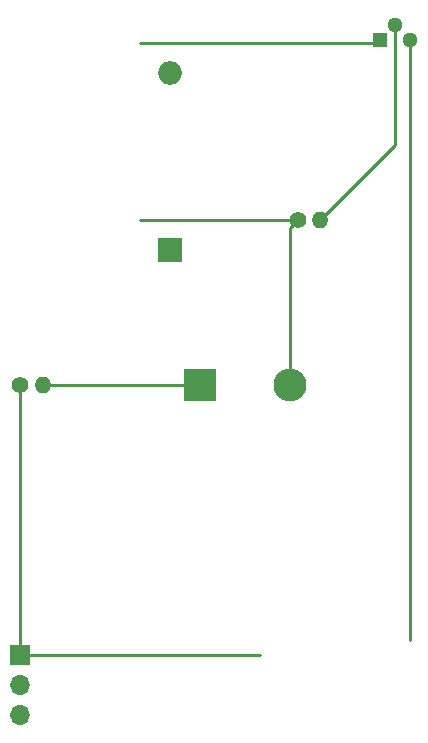
<source format=gbr>
%TF.GenerationSoftware,KiCad,Pcbnew,5.1.10-88a1d61d58~90~ubuntu20.04.1*%
%TF.CreationDate,2021-09-29T11:39:30-04:00*%
%TF.ProjectId,example1,6578616d-706c-4653-912e-6b696361645f,rev?*%
%TF.SameCoordinates,Original*%
%TF.FileFunction,Copper,L2,Bot*%
%TF.FilePolarity,Positive*%
%FSLAX46Y46*%
G04 Gerber Fmt 4.6, Leading zero omitted, Abs format (unit mm)*
G04 Created by KiCad (PCBNEW 5.1.10-88a1d61d58~90~ubuntu20.04.1) date 2021-09-29 11:39:30*
%MOMM*%
%LPD*%
G01*
G04 APERTURE LIST*
%TA.AperFunction,ComponentPad*%
%ADD10C,1.400000*%
%TD*%
%TA.AperFunction,ComponentPad*%
%ADD11O,1.400000X1.400000*%
%TD*%
%TA.AperFunction,ComponentPad*%
%ADD12R,2.000000X2.000000*%
%TD*%
%TA.AperFunction,ComponentPad*%
%ADD13O,2.000000X2.000000*%
%TD*%
%TA.AperFunction,ComponentPad*%
%ADD14R,2.800000X2.800000*%
%TD*%
%TA.AperFunction,ComponentPad*%
%ADD15O,2.800000X2.800000*%
%TD*%
%TA.AperFunction,ComponentPad*%
%ADD16R,1.700000X1.700000*%
%TD*%
%TA.AperFunction,ComponentPad*%
%ADD17O,1.700000X1.700000*%
%TD*%
%TA.AperFunction,ComponentPad*%
%ADD18C,1.300000*%
%TD*%
%TA.AperFunction,ComponentPad*%
%ADD19R,1.300000X1.300000*%
%TD*%
%TA.AperFunction,Conductor*%
%ADD20C,0.250000*%
%TD*%
G04 APERTURE END LIST*
D10*
%TO.P,33k1,1*%
%TO.N,Net-(33k1-Pad1)*%
X925200000Y175260000D03*
D11*
%TO.P,33k1,2*%
%TO.N,Net-(33k1-Pad2)*%
X927100000Y175260000D03*
%TD*%
D12*
%TO.P,C1,1*%
%TO.N,Net-(33k1-Pad1)*%
X914400000Y172720000D03*
D13*
%TO.P,C1,2*%
%TO.N,Net-(C1-Pad2)*%
X914400000Y187720000D03*
%TD*%
D14*
%TO.P,D1,1*%
%TO.N,Net-(D1-Pad1)*%
X916940000Y161290000D03*
D15*
%TO.P,D1,2*%
%TO.N,Net-(33k1-Pad1)*%
X924560000Y161290000D03*
%TD*%
D16*
%TO.P,J1,1*%
%TO.N,Net-(BZ1-Pad1)*%
X901700000Y138430000D03*
D17*
%TO.P,J1,2*%
%TO.N,Net-(J1-Pad2)*%
X901700000Y135890000D03*
%TO.P,J1,3*%
%TO.N,Net-(J1-Pad3)*%
X901700000Y133350000D03*
%TD*%
D18*
%TO.P,Q1,2*%
%TO.N,Net-(33k1-Pad2)*%
X933460000Y191770000D03*
%TO.P,Q1,3*%
%TO.N,Net-(BZ1-Pad2)*%
X934720000Y190500000D03*
D19*
%TO.P,Q1,1*%
%TO.N,Net-(C1-Pad2)*%
X932180000Y190500000D03*
%TD*%
D11*
%TO.P,TH1,2*%
%TO.N,Net-(D1-Pad1)*%
X903600000Y161290000D03*
D10*
%TO.P,TH1,1*%
%TO.N,Net-(BZ1-Pad1)*%
X901700000Y161290000D03*
%TD*%
D20*
%TO.N,Net-(33k1-Pad1)*%
X925200000Y175260000D02*
X911860000Y175260000D01*
X924560000Y174620000D02*
X925200000Y175260000D01*
X924560000Y161290000D02*
X924560000Y174620000D01*
%TO.N,Net-(33k1-Pad2)*%
X933460000Y181620000D02*
X933460000Y191770000D01*
X927100000Y175260000D02*
X933460000Y181620000D01*
%TO.N,Net-(BZ1-Pad2)*%
X934720000Y190500000D02*
X934720000Y139700000D01*
%TO.N,Net-(BZ1-Pad1)*%
X901700000Y138430000D02*
X922020000Y138430000D01*
X901700000Y161290000D02*
X901700000Y138430000D01*
%TO.N,Net-(C1-Pad2)*%
X931940000Y190260000D02*
X932180000Y190500000D01*
X911860000Y190260000D02*
X931940000Y190260000D01*
%TO.N,Net-(D1-Pad1)*%
X903600000Y161290000D02*
X916940000Y161290000D01*
%TD*%
M02*

</source>
